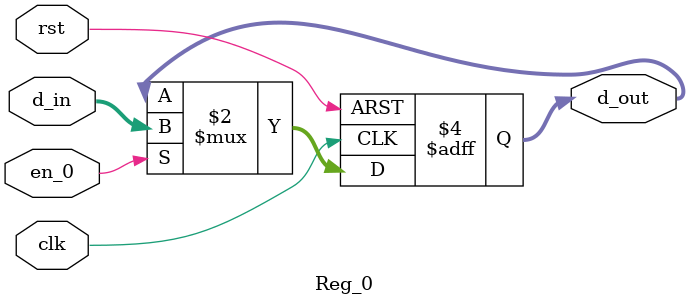
<source format=v>
module Reg_0 (
    input wire clk,
    input wire rst,
    input wire en_0,
    input wire [15:0] d_in,
    output reg [15:0] d_out
);

    always @(posedge clk or posedge rst) begin
        if (rst) begin
            d_out <= 16'b0;
        end else if (en_0) begin
            d_out <= d_in;
        end
    end

endmodule


</source>
